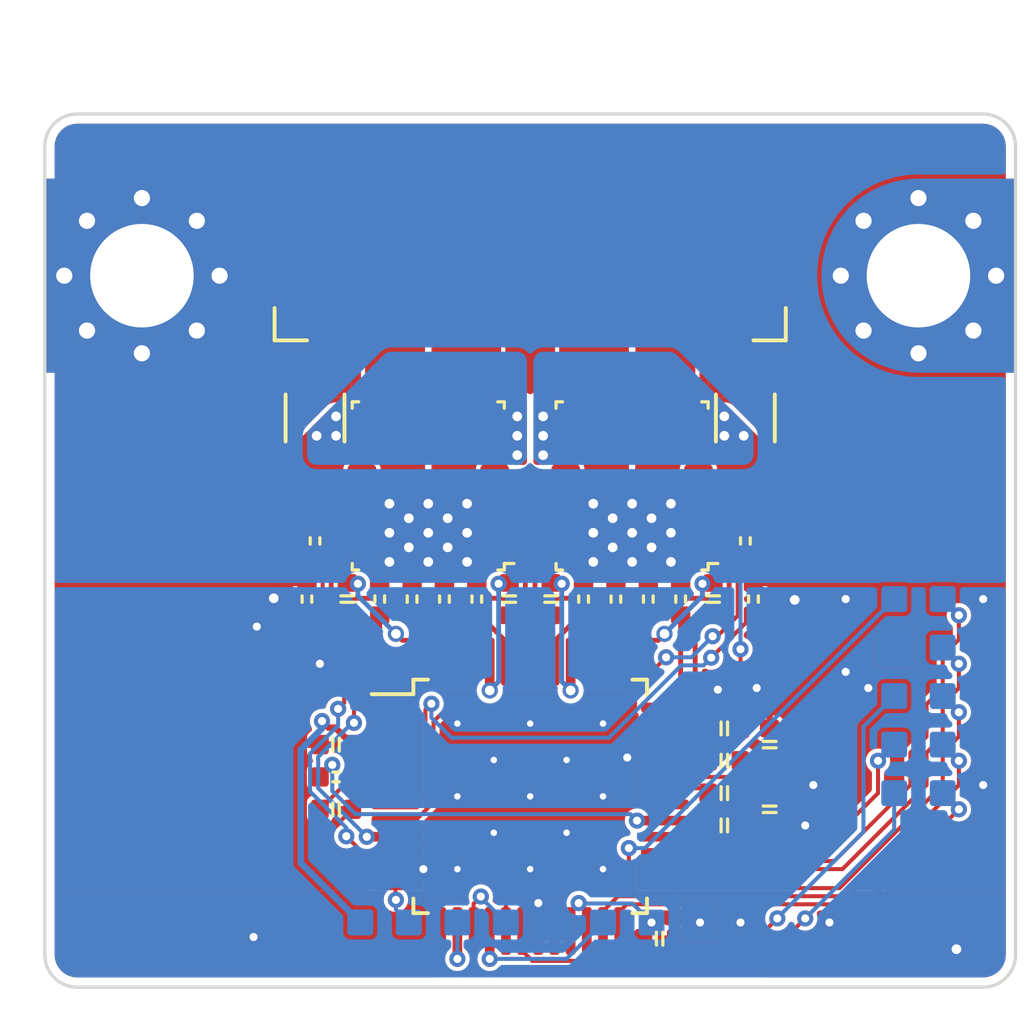
<source format=kicad_pcb>
(kicad_pcb (version 20221018) (generator pcbnew)
  (layers (0 "F.Cu" signal) (31 "B.Cu" signal) (34 "B.Paste" user) (35 "F.Paste" user) (36 "B.SilkS" user "B.Silkscreen") (37 "F.SilkS" user "F.Silkscreen") (38 "B.Mask" user) (39 "F.Mask" user) (44 "Edge.Cuts" user))
  (net 0 "")
  (net 1 "Net-(U1-VCP)")
  (net 2 "Net-(U1-CPO)")
  (net 3 "Net-(U1-CPI)")
  (net 4 "GND")
  (net 5 "/Clk")
  (net 6 "/Step")
  (net 7 "/Dir")
  (net 8 "Net-(U1-5VOUT)")
  (net 9 "Net-(U1-VCC)")
  (net 10 "+12V")
  (net 11 "Net-(QA1-G1)")
  (net 12 "Net-(QA1-G2)")
  (net 13 "Net-(QA1-S2-Pad5)")
  (net 14 "/Diag0")
  (net 15 "/Diag1")
  (net 16 "/~{En}")
  (net 17 "Net-(QA1-G3)")
  (net 18 "Net-(QA1-G4)")
  (net 19 "Net-(QB1-G1)")
  (net 20 "+48V")
  (net 21 "Net-(QB1-G2)")
  (net 22 "/Motor_A2")
  (net 23 "/Motor_A1")
  (net 24 "/Motor_B1")
  (net 25 "/Motor_B2")
  (net 26 "/HB1")
  (net 27 "/HA2")
  (net 28 "/LA2")
  (net 29 "/LA1")
  (net 30 "/HA1")
  (net 31 "/HB2")
  (net 32 "/LB2")
  (net 33 "/LB1")
  (net 34 "/SRAH")
  (net 35 "/SRAL")
  (net 36 "/SRBH")
  (net 37 "/SRBL")
  (net 38 "/CA1")
  (net 39 "/CB1")
  (net 40 "/CA2")
  (net 41 "/CB2")
  (net 42 "/~{CS}")
  (net 43 "/SCK")
  (net 44 "/SDI")
  (net 45 "/SDO")
  (net 46 "Net-(QB1-S2-Pad5)")
  (net 47 "Net-(QB1-G3)")
  (net 48 "Net-(QB1-G4)")
  (net 49 "/ENCB")
  (net 50 "/ENCA")
  (net 51 "/ENCN")
  (net 52 "VCC")
  (net 53 "Net-(C12-Pad1)")
  (net 54 "Net-(C13-Pad1)")
  (footprint "AlphaLib:0402R" (layer "F.Cu") (at 141.65 72.7 -90)
    (fp_text reference "R10" hide)
    (fp_text value "47Ω")
  )
  (footprint "AlphaLib:0402C" (layer "F.Cu") (at 141 81.5 180)
    (fp_text reference "C3" hide)
    (fp_text value "470nF")
  )
  (footprint "AlphaLib:0402C" (layer "F.Cu") (at 141 78.5)
    (fp_text reference "C6" hide)
    (fp_text value "100nF 16V")
  )
  (footprint "corevus:MountingHole_M3_Driver" (layer "F.Cu") (at 147 64.5 -90)
    (fp_text reference "H2" hide)
    (fp_text value "Gnd")
  )
  (footprint "AlphaLib:0402C" (layer "F.Cu") (at 135.65 74.5 90)
    (fp_text reference "C8" hide)
    (fp_text value "270nF")
  )
  (footprint "AlphaLib:0402R" (layer "F.Cu") (at 128.1 74.5 -90)
    (fp_text reference "R15" hide)
    (fp_text value "47Ω")
  )
  (footprint "AlphaLib:0402R" (layer "F.Cu") (at 133.35 74.5 90)
    (fp_text reference "R4" hide)
    (fp_text value "10Ω")
  )
  (footprint "AlphaLib:0402R" (layer "F.Cu") (at 138.65 74.5 90)
    (fp_text reference "R6" hide)
    (fp_text value "10Ω")
  )
  (footprint "corevus:XKB_X3025WRS-04D" (layer "F.Cu") (at 135 61.1)
    (fp_text reference "M1" hide)
    (fp_text value "Micro-Fit 3.0")
  )
  (footprint "AlphaLib:0402C" (layer "F.Cu") (at 129.35 74.5 90)
    (fp_text reference "C10" hide)
    (fp_text value "270nF")
  )
  (footprint "AlphaLib:0402C" (layer "F.Cu") (at 142.4 79 90)
    (fp_text reference "C12" hide)
    (fp_text value "100nF 60V/2")
  )
  (footprint "AlphaLib:0402R" (layer "F.Cu") (at 129 80 180)
    (fp_text reference "R1" hide)
    (fp_text value "2.2Ω")
  )
  (footprint "AlphaLib:0402R" (layer "F.Cu") (at 136.65 74.5 90)
    (fp_text reference "R3" hide)
    (fp_text value "10Ω")
  )
  (footprint "AlphaLib:0402R" (layer "F.Cu") (at 132.35 74.5 90)
    (fp_text reference "R8" hide)
    (fp_text value "10Ω")
  )
  (footprint "Package_QFP:TQFP-48-1EP_7x7mm_P0.5mm_EP5x5mm_ThermalVias" (layer "F.Cu") (at 135 80.6)
    (fp_text reference "U1" hide)
    (fp_text value "TMC5160A-TA")
  )
  (footprint "Resistor_SMD:R_1206_3216Metric" (layer "F.Cu") (at 128.35 68.9 90)
    (fp_text reference "R13" hide)
    (fp_text value "30mΩ")
  )
  (footprint "AlphaLib:0402R" (layer "F.Cu") (at 141.9 74.5 -90)
    (fp_text reference "R14" hide)
    (fp_text value "47Ω")
  )
  (footprint "corevus:MountingHole_M3_Driver" (layer "F.Cu") (at 123 64.5 90)
    (fp_text reference "H1" hide)
    (fp_text value "VM")
  )
  (footprint "Resistor_SMD:R_1206_3216Metric" (layer "F.Cu") (at 141.65 68.9 90)
    (fp_text reference "R12" hide)
    (fp_text value "30mΩ")
  )
  (footprint "AlphaLib:0402C" (layer "F.Cu") (at 139 85 180)
    (fp_text reference "C5" hide)
    (fp_text value "470nF")
  )
  (footprint "AlphaLib:0402R" (layer "F.Cu") (at 130.35 74.5 90)
    (fp_text reference "R5" hide)
    (fp_text value "10Ω")
  )
  (footprint "AlphaLib:0402C" (layer "F.Cu") (at 129 79 180)
    (fp_text reference "C2" hide)
    (fp_text value "2.2μF")
  )
  (footprint "AlphaLib:0402C" (layer "F.Cu") (at 140.65 74.5 -90)
    (fp_text reference "C9" hide)
    (fp_text value "270nF")
  )
  (footprint "AlphaLib:0402R" (layer "F.Cu") (at 137.65 74.5 90)
    (fp_text reference "R7" hide)
    (fp_text value "10Ω")
  )
  (footprint "corevus:V-DFN5045-12-Type-B" (layer "F.Cu") (at 131.85 71 180)
    (fp_text reference "QB1" hide)
    (fp_text value "DMHT6016LFJ")
  )
  (footprint "corevus:V-DFN5045-12-Type-B" (layer "F.Cu") (at 138.15 71 180)
    (fp_text reference "QA1" hide)
    (fp_text value "DMHT6016LFJ")
  )
  (footprint "AlphaLib:0402R" (layer "F.Cu") (at 131.35 74.5 90)
    (fp_text reference "R9" hide)
    (fp_text value "10Ω")
  )
  (footprint "AlphaLib:0402C" (layer "F.Cu") (at 134.35 74.5 -90)
    (fp_text reference "C11" hide)
    (fp_text value "270nF")
  )
  (footprint "AlphaLib:0402C" (layer "F.Cu") (at 141 80.5 180)
    (fp_text reference "C13" hide)
    (fp_text value "47nF 100V")
  )
  (footprint "AlphaLib:0402R" (layer "F.Cu") (at 128.35 72.7 -90)
    (fp_text reference "R11" hide)
    (fp_text value "47Ω")
  )
  (footprint "AlphaLib:0402C" (layer "F.Cu") (at 129 81 180)
    (fp_text reference "C1" hide)
    (fp_text value "2.2μF")
  )
  (footprint "AlphaLib:0402R" (layer "F.Cu") (at 139.65 74.5 90)
    (fp_text reference "R2" hide)
    (fp_text value "10Ω")
  )
  (footprint "AlphaLib:0402C" (layer "F.Cu") (at 142.4 81 -90)
    (fp_text reference "C7" hide)
    (fp_text value "47nF 100V/2")
  )
  (footprint "AlphaLib:0402C" (layer "F.Cu") (at 141 79.5)
    (fp_text reference "C4" hide)
    (fp_text value "100nF 60V/2")
  )
  (footprint "corevus:LGA_Land" (layer "B.Cu") (at 147.75 79 -90)
    (fp_text reference "T19" hide)
    (fp_text value "ENCB")
  )
  (footprint "corevus:LGA_Land" (layer "B.Cu") (at 147.75 74.5 -90)
    (fp_text reference "T17" hide)
    (fp_text value "DIAG1")
  )
  (footprint "corevus:LGA_Land" (layer "B.Cu") (at 129.75 84.5 180)
    (fp_text reference "T3" hide)
    (fp_text value "12V")
  )
  (footprint "corevus:LGA_Land" (layer "B.Cu") (at 138.75 84.5 180)
    (fp_text reference "T8" hide)
    (fp_text value "VCC")
  )
  (footprint "corevus:LGA_Land" (layer "B.Cu") (at 134.25 84.5 180)
    (fp_text reference "T6" hide)
    (fp_text value "SDI")
  )
  (footprint "corevus:LGA_Land" (layer "B.Cu") (at 131.25 84.5 180)
    (fp_text reference "T2" hide)
    (fp_text value "CLK")
  )
  (footprint "corevus:LGA_Land" (layer "B.Cu") (at 146.25 76 90)
    (fp_text reference "T11" hide)
    (fp_text value "GND")
  )
  (footprint "corevus:LGA_Land" (layer "B.Cu") (at 147.75 77.5 -90)
    (fp_text reference "T20" hide)
    (fp_text value "ENCN")
  )
  (footprint "corevus:LGA_Land" (layer "B.Cu") (at 146.25 77.5 90)
    (fp_text reference "T12" hide)
    (fp_text value "DIR")
  )
  (footprint "corevus:LGA_Land" (layer "B.Cu") (at 146.25 79 90)
    (fp_text reference "T13" hide)
    (fp_text value "EN")
  )
  (footprint "corevus:LGA_Land" (layer "B.Cu") (at 132.75 84.5 180)
    (fp_text reference "T4" hide)
    (fp_text value "SCK")
  )
  (footprint "corevus:LGA_Land" (layer "B.Cu") (at 147.75 80.5 -90)
    (fp_text reference "T18" hide)
    (fp_text value "ENCA")
  )
  (footprint "corevus:LGA_Land" (layer "B.Cu") (at 146.25 74.5 90)
    (fp_text reference "T10" hide)
    (fp_text value "STEP")
  )
  (footprint "corevus:LGA_Land" (layer "B.Cu") (at 140.25 84.5)
    (fp_text reference "T1" hide)
    (fp_text value "GND")
  )
  (footprint "corevus:LGA_Land" (layer "B.Cu") (at 137.25 84.5 180)
    (fp_text reference "T7" hide)
    (fp_text value "SDO")
  )
  (footprint "corevus:LGA_Land" (layer "B.Cu") (at 135.75 84.5 180)
    (fp_text reference "T5" hide)
    (fp_text value "GND")
  )
  (footprint "corevus:LGA_Land" (layer "B.Cu") (at 147.75 76 -90)
    (fp_text reference "T16" hide)
    (fp_text value "DIAG0")
  )
  (footprint "corevus:LGA_Land" (layer "B.Cu") (at 146.25 80.5 90)
    (fp_text reference "T9" hide)
    (fp_text value "CS0")
  )
  (gr_line (start 121 59.5) (end 149 59.5) (stroke (width 0.1)) (layer "Edge.Cuts"))
  (gr_arc (start 120 60.5) (mid 120.292893 59.792893) (end 121 59.5) (stroke (width 0.1)) (layer "Edge.Cuts"))
  (gr_line (start 120 85.5) (end 120 60.5) (stroke (width 0.1)) (layer "Edge.Cuts"))
  (gr_line (start 149 86.5) (end 121 86.5) (stroke (width 0.1)) (layer "Edge.Cuts"))
  (gr_line (start 150 60.5) (end 150 85.5) (stroke (width 0.1)) (layer "Edge.Cuts"))
  (gr_arc (start 121 86.5) (mid 120.292893 86.207107) (end 120 85.5) (stroke (width 0.1)) (layer "Edge.Cuts"))
  (gr_arc (start 149 59.5) (mid 149.707107 59.792893) (end 150 60.5) (stroke (width 0.1)) (layer "Edge.Cuts"))
  (gr_arc (start 149.999999 85.5) (mid 149.707106 86.207106) (end 149 86.5) (stroke (width 0.1)) (layer "Edge.Cuts"))
  (segment (start 140.5 78.5) (end 140.15 78.85) (width 0.125) (layer "F.Cu") (net 1))
  (segment (start 140.15 78.85) (end 139.1625 78.85) (width 0.125) (layer "F.Cu") (net 1))
  (segment (start 140.35 80.35) (end 140.5 80.5) (width 0.125) (layer "F.Cu") (net 2))
  (segment (start 139.1625 80.35) (end 140.35 80.35) (width 0.125) (layer "F.Cu") (net 2))
  (segment (start 139.1625 79.85) (end 139.75 79.85) (width 0.125) (layer "F.Cu") (net 3))
  (segment (start 141.9 80) (end 142.4 80.5) (width 0.125) (layer "F.Cu") (net 3))
  (segment (start 139.75 79.85) (end 139.9 80) (width 0.125) (layer "F.Cu") (net 3))
  (segment (start 139.9 80) (end 141.9 80) (width 0.125) (layer "F.Cu") (net 3))
  (segment (start 130.25 80.35) (end 130.175 80.425) (width 0.125) (layer "F.Cu") (net 4))
  (segment (start 130.175 80.425) (end 130.153769 80.425) (width 0.125) (layer "F.Cu") (net 4))
  (segment (start 138.372346 80.85) (end 138.122346 80.6) (width 0.125) (layer "F.Cu") (net 4))
  (segment (start 129.5 81) (end 128.9 81.6) (width 0.125) (layer "F.Cu") (net 4))
  (segment (start 138.122346 80.6) (end 137.25 80.6) (width 0.125) (layer "F.Cu") (net 4))
  (segment (start 143.0375 81.9625) (end 143.5 81.5) (width 0.125) (layer "F.Cu") (net 4))
  (segment (start 129.5 81) (end 130.15 80.35) (width 0.125) (layer "F.Cu") (net 4))
  (segment (start 141.5 81.5) (end 141.9625 81.9625) (width 0.125) (layer "F.Cu") (net 4))
  (segment (start 130.15 80.35) (end 130.8375 80.35) (width 0.125) (layer "F.Cu") (net 4))
  (segment (start 141.9625 81.9625) (end 143.0375 81.9625) (width 0.125) (layer "F.Cu") (net 4))
  (segment (start 130.8375 80.35) (end 130.25 80.35) (width 0.125) (layer "F.Cu") (net 4))
  (segment (start 139.1625 80.85) (end 138.372346 80.85) (width 0.125) (layer "F.Cu") (net 4))
  (via (at 127.075 74.475) (size 0.6) (drill 0.3) (layers "F.Cu" "B.Cu") (net 4))
  (via (at 128.5 76.5) (size 0.5) (drill 0.25) (layers "F.Cu" "B.Cu") (net 4))
  (via (at 149 74.5) (size 0.5) (drill 0.25) (layers "F.Cu" "B.Cu") (net 4))
  (via (at 145.45 77.25) (size 0.5) (drill 0.25) (layers "F.Cu" "B.Cu") (net 4))
  (via (at 143.175 74.525) (size 0.6) (drill 0.3) (layers "F.Cu" "B.Cu") (net 4))
  (via (at 142 77.25) (size 0.5) (drill 0.25) (layers "F.Cu" "B.Cu") (net 4))
  (via (at 144.75 76.75) (size 0.5) (drill 0.25) (layers "F.Cu" "B.Cu") (net 4))
  (via (at 141.5 84.5) (size 0.5) (drill 0.25) (layers "F.Cu" "B.Cu") (net 4))
  (via (at 138 79.4) (size 0.5) (drill 0.25) (layers "F.Cu" "B.Cu") (net 4))
  (via (at 135.25 83.9) (size 0.5) (drill 0.25) (layers "F.Cu" "B.Cu") (net 4))
  (via (at 149 80.25) (size 0.5) (drill 0.25) (layers "F.Cu" "B.Cu") (net 4))
  (via (at 126.55 75.35) (size 0.5) (drill 0.25) (layers "F.Cu" "B.Cu") (net 4))
  (via (at 143.75 80.25) (size 0.5) (drill 0.25) (layers "F.Cu" "B.Cu") (net 4))
  (via (at 131.7 82.85) (size 0.5) (drill 0.25) (layers "F.Cu" "B.Cu") (net 4))
  (via (at 140.25 84.5) (size 0.5) (drill 0.25) (layers "F.Cu" "B.Cu") (net 4))
  (via (at 144.25 84.5) (size 0.5) (drill 0.25) (layers "F.Cu" "B.Cu") (net 4))
  (via (at 126.45 84.95) (size 0.5) (drill 0.25) (layers "F.Cu" "B.Cu") (net 4))
  (via (at 148.175 85.325) (size 0.6) (drill 0.3) (layers "F.Cu" "B.Cu") (net 4))
  (via (at 143.5 81.5) (size 0.5) (drill 0.25) (layers "F.Cu" "B.Cu") (net 4))
  (via (at 144.75 74.5) (size 0.5) (drill 0.25) (layers "F.Cu" "B.Cu") (net 4))
  (via (at 140.8 77.3) (size 0.5) (drill 0.25) (layers "F.Cu" "B.Cu") (net 4))
  (segment (start 130.8375 83.7875) (end 130.8375 83.35) (width 0.125) (layer "F.Cu") (net 5))
  (segment (start 130.8375 83.35) (end 130.5 83.35) (width 0.125) (layer "F.Cu") (net 5))
  (segment (start 130.85 83.8) (end 130.8375 83.7875) (width 0.125) (layer "F.Cu") (net 5))
  (via (at 130.85 83.8) (size 0.5) (drill 0.25) (layers "F.Cu" "B.Cu") (net 5))
  (segment (start 130.85 83.8) (end 130.85 84.1) (width 0.125) (layer "B.Cu") (net 5))
  (segment (start 130.85 84.1) (end 131.25 84.5) (width 0.125) (layer "B.Cu") (net 5))
  (segment (start 138.05 82.925) (end 137.6875 83.2875) (width 0.125) (layer "F.Cu") (net 6))
  (segment (start 134.25 83.725) (end 134.25 84.7625) (width 0.125) (layer "F.Cu") (net 6))
  (segment (start 134.6875 83.2875) (end 134.25 83.725) (width 0.125) (layer "F.Cu") (net 6))
  (segment (start 137.6875 83.2875) (end 134.6875 83.2875) (width 0.125) (layer "F.Cu") (net 6))
  (segment (start 138.05 82.2) (end 138.05 82.925) (width 0.125) (layer "F.Cu") (net 6))
  (segment (start 134.25 84.7625) (end 134.25 85.371231) (width 0.125) (layer "F.Cu") (net 6))
  (via (at 138.05 82.2) (size 0.5) (drill 0.25) (layers "F.Cu" "B.Cu") (net 6))
  (segment (start 138.55 82.2) (end 146.25 74.5) (width 0.125) (layer "B.Cu") (net 6))
  (segment (start 138.05 82.2) (end 138.55 82.2) (width 0.125) (layer "B.Cu") (net 6))
  (segment (start 134.75 85.371231) (end 134.75 84.7625) (width 0.125) (layer "F.Cu") (net 7))
  (segment (start 141.324853 85.6875) (end 135.066269 85.6875) (width 0.125) (layer "F.Cu") (net 7))
  (segment (start 142.638337 84.374016) (end 141.324853 85.6875) (width 0.125) (layer "F.Cu") (net 7))
  (segment (start 135.066269 85.6875) (end 134.75 85.371231) (width 0.125) (layer "F.Cu") (net 7))
  (via (at 142.638337 84.374016) (size 0.5) (drill 0.25) (layers "F.Cu" "B.Cu") (net 7))
  (segment (start 145.3 81.7) (end 145.3 78.45) (width 0.125) (layer "B.Cu") (net 7))
  (segment (start 142.638337 84.361663) (end 145.3 81.7) (width 0.125) (layer "B.Cu") (net 7))
  (segment (start 145.3 78.45) (end 146.25 77.5) (width 0.125) (layer "B.Cu") (net 7))
  (segment (start 142.638337 84.374016) (end 142.638337 84.361663) (width 0.125) (layer "B.Cu") (net 7))
  (segment (start 129.975 79.85) (end 129.65 79.85) (width 0.125) (layer "F.Cu") (net 8))
  (segment (start 130.8375 79.85) (end 129.65 79.85) (width 0.125) (layer "F.Cu") (net 8))
  (segment (start 129.65 79.85) (end 129.5 80) (width 0.125) (layer "F.Cu") (net 8))
  (segment (start 129.5 80) (end 128.5 81) (width 0.125) (layer "F.Cu") (net 8))
  (segment (start 140.35 81.35) (end 139.1625 81.35) (width 0.125) (layer "F.Cu") (net 9))
  (segment (start 139.1625 81.35) (end 138.3 81.35) (width 0.125) (layer "F.Cu") (net 9))
  (segment (start 128.883715 79.62559) (end 128.509305 80) (width 0.125) (layer "F.Cu") (net 9))
  (segment (start 140.5 81.5) (end 140.35 81.35) (width 0.125) (layer "F.Cu") (net 9))
  (segment (start 128.509305 80) (end 128.5 80) (width 0.125) (layer "F.Cu") (net 9))
  (via (at 138.3 81.35) (size 0.5) (drill 0.25) (layers "F.Cu" "B.Cu") (net 9))
  (via (at 128.883715 79.62559) (size 0.5) (drill 0.25) (layers "F.Cu" "B.Cu") (net 9))
  (segment (start 128.883715 79.62559) (end 128.883715 80.430161) (width 0.125) (layer "B.Cu") (net 9))
  (segment (start 128.883715 80.430161) (end 129.603554 81.15) (width 0.125) (layer "B.Cu") (net 9))
  (segment (start 129.603554 81.15) (end 138.1 81.15) (width 0.125) (layer "B.Cu") (net 9))
  (segment (start 138.1 81.15) (end 138.3 81.35) (width 0.125) (layer "B.Cu") (net 9))
  (segment (start 130.8375 78.85) (end 129.65 78.85) (width 0.2) (layer "F.Cu") (net 10))
  (segment (start 128.566283 78.271696) (end 128.769587 78.475) (width 0.2) (layer "F.Cu") (net 10))
  (segment (start 130.8375 79.35) (end 130.8375 78.85) (width 0.2) (layer "F.Cu") (net 10))
  (segment (start 128.975 78.475) (end 129.5 79) (width 0.2) (layer "F.Cu") (net 10))
  (segment (start 128.769587 78.475) (end 128.975 78.475) (width 0.2) (layer "F.Cu") (net 10))
  (segment (start 129.65 78.85) (end 129.5 79) (width 0.2) (layer "F.Cu") (net 10))
  (via (at 128.566283 78.271696) (size 0.5) (drill 0.25) (layers "F.Cu" "B.Cu") (net 10))
  (segment (start 127.909067 82.659067) (end 129.75 84.5) (width 0.2) (layer "B.Cu") (net 10))
  (segment (start 128.566283 78.271696) (end 128.566283 78.500354) (width 0.2) (layer "B.Cu") (net 10))
  (segment (start 127.909067 79.157571) (end 127.909067 82.659067) (width 0.2) (layer "B.Cu") (net 10))
  (segment (start 128.566283 78.500354) (end 127.909067 79.157571) (width 0.2) (layer "B.Cu") (net 10))
  (segment (start 140.2 73) (end 140.2 73.45) (width 0.15) (layer "F.Cu") (net 11))
  (segment (start 140.2 73.45) (end 139.65 74) (width 0.15) (layer "F.Cu") (net 11))
  (segment (start 139.125 74.475) (end 140.974264 74.475) (width 0.15) (layer "F.Cu") (net 12))
  (segment (start 140.85 71.134315) (end 140.315685 70.6) (width 0.15) (layer "F.Cu") (net 12))
  (segment (start 140.85 71.545407) (end 140.85 71.134315) (width 0.15) (layer "F.Cu") (net 12))
  (segment (start 140.315685 70.6) (end 140.2 70.6) (width 0.15) (layer "F.Cu") (net 12))
  (segment (start 141.15 74.299264) (end 141.15 71.845407) (width 0.15) (layer "F.Cu") (net 12))
  (segment (start 140.974264 74.475) (end 141.15 74.299264) (width 0.15) (layer "F.Cu") (net 12))
  (segment (start 138.65 74) (end 139.125 74.475) (width 0.15) (layer "F.Cu") (net 12))
  (segment (start 141.15 71.845407) (end 140.85 71.545407) (width 0.15) (layer "F.Cu") (net 12))
  (segment (start 141.65 72.2) (end 141.65 70.3625) (width 0.125) (layer "F.Cu") (net 13))
  (via (at 135.4 69.45) (size 0.6) (drill 0.3) (layers "F.Cu" "B.Cu") (net 13))
  (via (at 141.6 69.45) (size 0.6) (drill 0.3) (layers "F.Cu" "B.Cu") (net 13))
  (via (at 135.4 70.05) (size 0.6) (drill 0.3) (layers "F.Cu" "B.Cu") (net 13))
  (via (at 141 69.45) (size 0.6) (drill 0.3) (layers "F.Cu" "B.Cu") (net 13))
  (via (at 135.4 68.85) (size 0.6) (drill 0.3) (layers "F.Cu" "B.Cu") (net 13))
  (via (at 141 68.85) (size 0.6) (drill 0.3) (layers "F.Cu" "B.Cu") (net 13))
  (segment (start 147.75 78.75) (end 147.25 79.25) (width 0.125) (layer "F.Cu") (net 14))
  (segment (start 147.25 79.25) (end 147.25 80.25) (width 0.125) (layer "F.Cu") (net 14))
  (segment (start 144.65 82.85) (end 139.1625 82.85) (width 0.125) (layer "F.Cu") (net 14))
  (segment (start 147.75 77.75) (end 147.75 78.75) (width 0.125) (layer "F.Cu") (net 14))
  (segment (start 147.25 80.25) (end 144.65 82.85) (width 0.125) (layer "F.Cu") (net 14))
  (segment (start 148.25 76.5) (end 148.25 77.25) (width 0.125) (layer "F.Cu") (net 14))
  (segment (start 148.25 77.25) (end 147.75 77.75) (width 0.125) (layer "F.Cu") (net 14))
  (via (at 148.25 76.5) (size 0.5) (drill 0.25) (layers "F.Cu" "B.Cu") (net 14))
  (segment (start 148.25 76.5) (end 147.75 76) (width 0.125) (layer "B.Cu") (net 14))
  (segment (start 144.4 82.6) (end 140.021231 82.6) (width 0.125) (layer "F.Cu") (net 15))
  (segment (start 147.25 78.75) (end 146.75 79.25) (width 0.125) (layer "F.Cu") (net 15))
  (segment (start 146.75 80.25) (end 144.4 82.6) (width 0.125) (layer "F.Cu") (net 15))
  (segment (start 147.75 77.25) (end 147.25 77.75) (width 0.125) (layer "F.Cu") (net 15))
  (segment (start 140.021231 82.6) (end 139.771231 82.35) (width 0.125) (layer "F.Cu") (net 15))
  (segment (start 148.25 75.75) (end 147.75 76.25) (width 0.125) (layer "F.Cu") (net 15))
  (segment (start 147.25 77.75) (end 147.25 78.75) (width 0.125) (layer "F.Cu") (net 15))
  (segment (start 146.75 79.25) (end 146.75 80.25) (width 0.125) (layer "F.Cu") (net 15))
  (segment (start 147.75 76.25) (end 147.75 77.25) (width 0.125) (layer "F.Cu") (net 15))
  (segment (start 139.771231 82.35) (end 139.1625 82.35) (width 0.125) (layer "F.Cu") (net 15))
  (segment (start 148.25 75) (end 148.25 75.75) (width 0.125) (layer "F.Cu") (net 15))
  (via (at 148.25 75) (size 0.5) (drill 0.25) (layers "F.Cu" "B.Cu") (net 15))
  (segment (start 148.25 75) (end 147.75 74.5) (width 0.125) (layer "B.Cu") (net 15))
  (segment (start 139.771231 81.85) (end 140.271231 82.35) (width 0.125) (layer "F.Cu") (net 16))
  (segment (start 145.75 80.5) (end 145.75 79.5) (width 0.125) (layer "F.Cu") (net 16))
  (segment (start 143.9 82.35) (end 145.75 80.5) (width 0.125) (layer "F.Cu") (net 16))
  (segment (start 140.271231 82.35) (end 143.9 82.35) (width 0.125) (layer "F.Cu") (net 16))
  (segment (start 139.1625 81.85) (end 139.771231 81.85) (width 0.125) (layer "F.Cu") (net 16))
  (via (at 145.75 79.5) (size 0.5) (drill 0.25) (layers "F.Cu" "B.Cu") (net 16))
  (segment (start 145.75 79.5) (end 146.25 79) (width 0.125) (layer "B.Cu") (net 16))
  (segment (start 137.175 74.475) (end 135.325736 74.475) (width 0.15) (layer "F.Cu") (net 17))
  (segment (start 135.984315 70.6) (end 136.1 70.6) (width 0.15) (layer "F.Cu") (net 17))
  (segment (start 135.15 71.434315) (end 135.984315 70.6) (width 0.15) (layer "F.Cu") (net 17))
  (segment (start 137.65 74) (end 137.175 74.475) (width 0.15) (layer "F.Cu") (net 17))
  (segment (start 135.15 74.299264) (end 135.15 71.434315) (width 0.15) (layer "F.Cu") (net 17))
  (segment (start 135.325736 74.475) (end 135.15 74.299264) (width 0.15) (layer "F.Cu") (net 17))
  (segment (start 136.1 73) (end 136.1 73.45) (width 0.15) (layer "F.Cu") (net 18))
  (segment (start 136.1 73.45) (end 136.65 74) (width 0.15) (layer "F.Cu") (net 18))
  (segment (start 133.9 73) (end 133.9 73.45) (width 0.15) (layer "F.Cu") (net 19))
  (segment (start 133.9 73.45) (end 133.35 74) (width 0.15) (layer "F.Cu") (net 19))
  (segment (start 140.35 79.35) (end 140.5 79.5) (width 0.125) (layer "F.Cu") (net 20))
  (segment (start 140.5 79.5) (end 141.5 78.5) (width 0.125) (layer "F.Cu") (net 20))
  (segment (start 141.5 76.05) (end 141.5 78.5) (width 0.125) (layer "F.Cu") (net 20))
  (segment (start 139.1625 79.35) (end 140.35 79.35) (width 0.125) (layer "F.Cu") (net 20))
  (via (at 136.95 73.35) (size 0.5) (drill 0.3) (layers "F.Cu" "B.Cu") (net 20))
  (via (at 133.05 72.45) (size 0.5) (drill 0.3) (layers "F.Cu" "B.Cu") (net 20))
  (via (at 131.85 72.45) (size 0.5) (drill 0.3) (layers "F.Cu" "B.Cu") (net 20))
  (via (at 138.75 72) (size 0.5) (drill 0.3) (layers "F.Cu" "B.Cu") (net 20))
  (via (at 131.85 71.55) (size 0.5) (drill 0.3) (layers "F.Cu" "B.Cu") (net 20))
  (via (at 138.15 72.45) (size 0.5) (drill 0.3) (layers "F.Cu" "B.Cu") (net 20))
  (via (at 137.55 72.9) (size 0.5) (drill 0.3) (layers "F.Cu" "B.Cu") (net 20))
  (via (at 139.35 73.35) (size 0.5) (drill 0.3) (layers "F.Cu" "B.Cu") (net 20))
  (via (at 130.65 73.35) (size 0.5) (drill 0.3) (layers "F.Cu" "B.Cu") (net 20))
  (via (at 132.45 72.9) (size 0.5) (drill 0.3) (layers "F.Cu" "B.Cu") (net 20))
  (via (at 141.5 76.05) (size 0.5) (drill 0.25) (layers "F.Cu" "B.Cu") (net 20))
  (via (at 132.45 72) (size 0.5) (drill 0.3) (layers "F.Cu" "B.Cu") (net 20))
  (via (at 139.35 72.45) (size 0.5) (drill 0.3) (layers "F.Cu" "B.Cu") (net 20))
  (via (at 133.05 73.35) (size 0.5) (drill 0.3) (layers "F.Cu" "B.Cu") (net 20))
  (via (at 133.05 71.55) (size 0.5) (drill 0.3) (layers "F.Cu" "B.Cu") (net 20))
  (via (at 138.75 72.9) (size 0.5) (drill 0.3) (layers "F.Cu" "B.Cu") (net 20))
  (via (at 137.55 72) (size 0.5) (drill 0.3) (layers "F.Cu" "B.Cu") (net 20))
  (via (at 130.65 71.55) (size 0.5) (drill 0.3) (layers "F.Cu" "B.Cu") (net 20))
  (via (at 131.85 73.35) (size 0.5) (drill 0.3) (layers "F.Cu" "B.Cu") (net 20))
  (via (at 130.65 72.45) (size 0.5) (drill 0.3) (layers "F.Cu" "B.Cu") (net 20))
  (via (at 138.15 73.35) (size 0.5) (drill 0.3) (layers "F.Cu" "B.Cu") (net 20))
  (via (at 131.25 72) (size 0.5) (drill 0.3) (layers "F.Cu" "B.Cu") (net 20))
  (via (at 136.95 72.45) (size 0.5) (drill 0.3) (layers "F.Cu" "B.Cu") (net 20))
  (via (at 131.25 72.9) (size 0.5) (drill 0.3) (layers "F.Cu" "B.Cu") (net 20))
  (via (at 138.15 71.55) (size 0.5) (drill 0.3) (layers "F.Cu" "B.Cu") (net 20))
  (via (at 136.95 71.55) (size 0.5) (drill 0.3) (layers "F.Cu" "B.Cu") (net 20))
  (via (at 139.35 71.55) (size 0.5) (drill 0.3) (layers "F.Cu" "B.Cu") (net 20))
  (segment (start 141.5 76.05) (end 141.5 74) (width 0.125) (layer "B.Cu") (net 20))
  (segment (start 132.825 74.475) (end 134.674264 74.475) (width 0.15) (layer "F.Cu") (net 21))
  (segment (start 134.674264 74.475) (end 134.85 74.299264) (width 0.15) (layer "F.Cu") (net 21))
  (segment (start 134.015685 70.6) (end 133.9 70.6) (width 0.15) (layer "F.Cu") (net 21))
  (segment (start 134.85 71.434315) (end 134.015685 70.6) (width 0.15) (layer "F.Cu") (net 21))
  (segment (start 134.85 74.299264) (end 134.85 71.434315) (width 0.15) (layer "F.Cu") (net 21))
  (segment (start 132.35 74) (end 132.825 74.475) (width 0.15) (layer "F.Cu") (net 21))
  (segment (start 138.95 75.775) (end 137.75 75.775) (width 0.15) (layer "F.Cu") (net 22))
  (segment (start 140.875 73.775) (end 140.875 71.959315) (width 0.15) (layer "F.Cu") (net 22))
  (segment (start 140.6245 74.0255) (end 140.875 73.775) (width 0.15) (layer "F.Cu") (net 22))
  (segment (start 140.875 71.959315) (end 140.315685 71.4) (width 0.15) (layer "F.Cu") (net 22))
  (segment (start 139.15 75.575) (end 138.95 75.775) (width 0.15) (layer "F.Cu") (net 22))
  (segment (start 140.3245 74.0255) (end 140.6245 74.0255) (width 0.15) (layer "F.Cu") (net 22))
  (segment (start 140.315685 71.4) (end 140.2 71.4) (width 0.15) (layer "F.Cu") (net 22))
  (via (at 140.3245 74.0255) (size 0.5) (drill 0.25) (layers "F.Cu" "B.Cu") (net 22))
  (via (at 139.15 75.575) (size 0.5) (drill 0.3) (layers "F.Cu" "B.Cu") (net 22))
  (segment (start 140.3245 74.4005) (end 139.15 75.575) (width 0.15) (layer "B.Cu") (net 22))
  (segment (start 140.3245 74.0255) (end 140.3245 74.4005) (width 0.15) (layer "B.Cu") (net 22))
  (segment (start 135.6755 74.0255) (end 135.425 73.775) (width 0.15) (layer "F.Cu") (net 23))
  (segment (start 136.25 76.4375) (end 136.25 77.325) (width 0.125) (layer "F.Cu") (net 23))
  (segment (start 135.9755 74.0255) (end 135.6755 74.0255) (width 0.15) (layer "F.Cu") (net 23))
  (segment (start 135.425 73.775) (end 135.425 71.959315) (width 0.15) (layer "F.Cu") (net 23))
  (segment (start 135.425 71.959315) (end 135.984315 71.4) (width 0.15) (layer "F.Cu") (net 23))
  (segment (start 135.984315 71.4) (end 136.1 71.4) (width 0.15) (layer "F.Cu") (net 23))
  (via (at 136.25 77.325) (size 0.5) (drill 0.3) (layers "F.Cu" "B.Cu") (net 23))
  (via (at 135.9755 74.0255) (size 0.5) (drill 0.25) (layers "F.Cu" "B.Cu") (net 23))
  (segment (start 135.9755 74.0255) (end 135.9755 77.0505) (width 0.15) (layer "B.Cu") (net 23))
  (segment (start 135.9755 77.0505) (end 136.25 77.325) (width 0.15) (layer "B.Cu") (net 23))
  (segment (start 129.3755 74.0255) (end 129.125 73.775) (width 0.15) (layer "F.Cu") (net 24))
  (segment (start 130.85 75.575) (end 131.05 75.775) (width 0.15) (layer "F.Cu") (net 24))
  (segment (start 129.125 73.775) (end 129.125 71.959315) (width 0.15) (layer "F.Cu") (net 24))
  (segment (start 129.684315 71.4) (end 129.8 71.4) (width 0.15) (layer "F.Cu") (net 24))
  (segment (start 129.125 71.959315) (end 129.684315 71.4) (width 0.15) (layer "F.Cu") (net 24))
  (segment (start 131.05 75.775) (end 132.275 75.775) (width 0.15) (layer "F.Cu") (net 24))
  (segment (start 129.6755 74.0255) (end 129.3755 74.0255) (width 0.15) (layer "F.Cu") (net 24))
  (via (at 129.6755 74.0255) (size 0.5) (drill 0.25) (layers "F.Cu" "B.Cu") (net 24))
  (via (at 130.85 75.575) (size 0.5) (drill 0.3) (layers "F.Cu" "B.Cu") (net 24))
  (segment (start 129.6755 74.0255) (end 129.6755 74.4005) (width 0.15) (layer "B.Cu") (net 24))
  (segment (start 129.6755 74.4005) (end 130.85 75.575) (width 0.15) (layer "B.Cu") (net 24))
  (segment (start 134.575 71.959315) (end 134.015685 71.4) (width 0.15) (layer "F.Cu") (net 25))
  (segment (start 134.3245 74.0255) (end 134.575 73.775) (width 0.15) (layer "F.Cu") (net 25))
  (segment (start 134.575 73.775) (end 134.575 71.959315) (width 0.15) (layer "F.Cu") (net 25))
  (segment (start 134.015685 71.4) (end 133.9 71.4) (width 0.15) (layer "F.Cu") (net 25))
  (segment (start 133.75 76.4375) (end 133.75 77.325) (width 0.125) (layer "F.Cu") (net 25))
  (segment (start 134.0245 74.0255) (end 134.3245 74.0255) (width 0.15) (layer "F.Cu") (net 25))
  (via (at 134.0245 74.0255) (size 0.5) (drill 0.25) (layers "F.Cu" "B.Cu") (net 25))
  (via (at 133.75 77.325) (size 0.5) (drill 0.3) (layers "F.Cu" "B.Cu") (net 25))
  (segment (start 134.0245 77.0505) (end 133.75 77.325) (width 0.15) (layer "B.Cu") (net 25))
  (segment (start 134.0245 74.0255) (end 134.0245 77.0505) (width 0.15) (layer "B.Cu") (net 25))
  (segment (start 130.35 75) (end 130.35 77.85) (width 0.15) (layer "F.Cu") (net 26))
  (segment (start 139.65 75) (end 139.65 77.85) (width 0.15) (layer "F.Cu") (net 27))
  (segment (start 137.25 75.811091) (end 137.561091 75.5) (width 0.15) (layer "F.Cu") (net 28))
  (segment (start 137.561091 75.5) (end 138.15 75.5) (width 0.15) (layer "F.Cu") (net 28))
  (segment (start 137.25 76.4375) (end 137.25 75.811091) (width 0.15) (layer "F.Cu") (net 28))
  (segment (start 138.15 75.5) (end 138.65 75) (width 0.15) (layer "F.Cu") (net 28))
  (segment (start 136.75 75.811091) (end 137.561091 75) (width 0.15) (layer "F.Cu") (net 29))
  (segment (start 136.75 76.4375) (end 136.75 75.811091) (width 0.15) (layer "F.Cu") (net 29))
  (segment (start 137.561091 75) (end 137.65 75) (width 0.15) (layer "F.Cu") (net 29))
  (segment (start 136.55 75) (end 136.65 75) (width 0.15) (layer "F.Cu") (net 30))
  (segment (start 135.75 75.8) (end 136.55 75) (width 0.15) (layer "F.Cu") (net 30))
  (segment (start 135.75 76.4375) (end 135.75 75.8) (width 0.15) (layer "F.Cu") (net 30))
  (segment (start 134.25 75.811091) (end 133.438909 75) (width 0.15) (layer "F.Cu") (net 31))
  (segment (start 133.438909 75) (end 133.35 75) (width 0.15) (layer "F.Cu") (net 31))
  (segment (start 134.25 76.4375) (end 134.25 75.811091) (width 0.15) (layer "F.Cu") (net 31))
  (segment (start 132.438909 75) (end 132.35 75) (width 0.15) (layer "F.Cu") (net 32))
  (segment (start 133.25 76.4375) (end 133.25 75.811091) (width 0.15) (layer "F.Cu") (net 32))
  (segment (start 133.25 75.811091) (end 132.438909 75) (width 0.15) (layer "F.Cu") (net 32))
  (segment (start 132.75 76.4375) (end 132.75 75.811091) (width 0.15) (layer "F.Cu") (net 33))
  (segment (start 132.438909 75.5) (end 131.85 75.5) (width 0.15) (layer "F.Cu") (net 33))
  (segment (start 132.75 75.811091) (end 132.438909 75.5) (width 0.15) (layer "F.Cu") (net 33))
  (segment (start 131.85 75.5) (end 131.35 75) (width 0.15) (layer "F.Cu") (net 33))
  (segment (start 140.782448 75.649138) (end 141.4125 75.019086) (width 0.125) (layer "F.Cu") (net 34))
  (segment (start 140.638602 75.649138) (end 140.782448 75.649138) (width 0.125) (layer "F.Cu") (net 34))
  (segment (start 137.6005 77.9) (end 132.4 77.9) (width 0.125) (layer "F.Cu") (net 34))
  (segment (start 132.0125 78.2875) (end 132.0125 80.783731) (width 0.125) (layer "F.Cu") (net 34))
  (segment (start 132.0125 80.783731) (end 131.446231 81.35) (width 0.125) (layer "F.Cu") (net 34))
  (segment (start 139.2005 76.3) (end 137.6005 77.9) (width 0.125) (layer "F.Cu") (net 34))
  (segment (start 141.4125 75.019086) (end 141.4125 73.0875) (width 0.125) (layer "F.Cu") (net 34))
  (segment (start 132.4 77.9) (end 132.0125 78.2875) (width 0.125) (layer "F.Cu") (net 34))
  (segment (start 131.446231 81.35) (end 130.8375 81.35) (width 0.125) (layer "F.Cu") (net 34))
  (via (at 139.2005 76.3) (size 0.5) (drill 0.25) (layers "F.Cu" "B.Cu") (net 34))
  (via (at 140.638602 75.649138) (size 0.5) (drill 0.25) (layers "F.Cu" "B.Cu") (net 34))
  (segment (start 139.98774 76.3) (end 140.638602 75.649138) (width 0.125) (layer "B.Cu") (net 34))
  (segment (start 139.2005 76.3) (end 139.98774 76.3) (width 0.125) (layer "B.Cu") (net 34))
  (segment (start 140.987 75.913) (end 141.9 75) (width 0.125) (layer "F.Cu") (net 35))
  (segment (start 131.7625 77.919487) (end 131.7625 80.533731) (width 0.125) (layer "F.Cu") (net 35))
  (segment (start 131.446231 80.85) (end 130.8375 80.85) (width 0.125) (layer "F.Cu") (net 35))
  (segment (start 131.7625 80.533731) (end 131.446231 80.85) (width 0.125) (layer "F.Cu") (net 35))
  (segment (start 140.594095 76.311657) (end 140.987 75.918752) (width 0.125) (layer "F.Cu") (net 35))
  (segment (start 140.987 75.918752) (end 140.987 75.913) (width 0.125) (layer "F.Cu") (net 35))
  (segment (start 131.947244 77.734743) (end 131.7625 77.919487) (width 0.125) (layer "F.Cu") (net 35))
  (via (at 131.947244 77.734743) (size 0.5) (drill 0.25) (layers "F.Cu" "B.Cu") (net 35))
  (via (at 140.594095 76.311657) (size 0.5) (drill 0.25) (layers "F.Cu" "B.Cu") (net 35))
  (segment (start 132.568781 78.7875) (end 137.431219 78.7875) (width 0.125) (layer "B.Cu") (net 35))
  (segment (start 131.947244 78.165963) (end 132.568781 78.7875) (width 0.125) (layer "B.Cu") (net 35))
  (segment (start 137.431219 78.7875) (end 139.668719 76.55) (width 0.125) (layer "B.Cu") (net 35))
  (segment (start 140.355752 76.55) (end 140.594095 76.311657) (width 0.125) (layer "B.Cu") (net 35))
  (segment (start 139.668719 76.55) (end 140.355752 76.55) (width 0.125) (layer "B.Cu") (net 35))
  (segment (start 131.947244 77.734743) (end 131.947244 78.165963) (width 0.125) (layer "B.Cu") (net 35))
  (segment (start 129.95 81.85) (end 130.8375 81.85) (width 0.125) (layer "F.Cu") (net 36))
  (segment (start 129.553997 76.100443) (end 129.553997 78.325846) (width 0.125) (layer "F.Cu") (net 36))
  (segment (start 128.5875 75.133946) (end 129.553997 76.100443) (width 0.125) (layer "F.Cu") (net 36))
  (segment (start 128.35 73.2) (end 128.5875 73.4375) (width 0.125) (layer "F.Cu") (net 36))
  (segment (start 128.5875 73.4375) (end 128.5875 75.133946) (width 0.125) (layer "F.Cu") (net 36))
  (via (at 129.95 81.85) (size 0.5) (drill 0.25) (layers "F.Cu" "B.Cu") (net 36))
  (via (at 129.553997 78.325846) (size 0.5) (drill 0.25) (layers "F.Cu" "B.Cu") (net 36))
  (segment (start 128.446567 80.346567) (end 128.446567 79.38021) (width 0.125) (layer "B.Cu") (net 36))
  (segment (start 129.95 81.85) (end 128.446567 80.346567) (width 0.125) (layer "B.Cu") (net 36))
  (segment (start 129.500931 78.325846) (end 129.553997 78.325846) (width 0.125) (layer "B.Cu") (net 36))
  (segment (start 128.446567 79.38021) (end 129.500931 78.325846) (width 0.125) (layer "B.Cu") (net 36))
  (segment (start 129.831988 82.35) (end 130.8375 82.35) (width 0.125) (layer "F.Cu") (net 37))
  (segment (start 129.25 77.707218) (end 129.25 76.15) (width 0.125) (layer "F.Cu") (net 37))
  (segment (start 129.063449 77.893769) (end 129.25 77.707218) (width 0.125) (layer "F.Cu") (net 37))
  (segment (start 129.315994 81.834006) (end 129.831988 82.35) (width 0.125) (layer "F.Cu") (net 37))
  (segment (start 129.25 76.15) (end 128.1 75) (width 0.125) (layer "F.Cu") (net 37))
  (via (at 129.315994 81.834006) (size 0.5) (drill 0.25) (layers "F.Cu" "B.Cu") (net 37))
  (via (at 129.063449 77.893769) (size 0.5) (drill 0.25) (layers "F.Cu" "B.Cu") (net 37))
  (segment (start 129.315994 81.834006) (end 129.315994 81.569548) (width 0.125) (layer "B.Cu") (net 37))
  (segment (start 129.315994 81.569548) (end 128.196567 80.450121) (width 0.125) (layer "B.Cu") (net 37))
  (segment (start 129.063449 78.409774) (end 129.063449 77.893769) (width 0.125) (layer "B.Cu") (net 37))
  (segment (start 128.196567 80.450121) (end 128.196567 79.276657) (width 0.125) (layer "B.Cu") (net 37))
  (segment (start 128.196567 79.276657) (end 129.063449 78.409774) (width 0.125) (layer "B.Cu") (net 37))
  (segment (start 135.25 76.4375) (end 135.25 75.4) (width 0.15) (layer "F.Cu") (net 38))
  (segment (start 135.25 75.4) (end 135.65 75) (width 0.15) (layer "F.Cu") (net 38))
  (segment (start 129.9 78.038909) (end 129.9 75.55) (width 0.15) (layer "F.Cu") (net 39))
  (segment (start 130.8375 78.35) (end 130.211091 78.35) (width 0.15) (layer "F.Cu") (net 39))
  (segment (start 130.211091 78.35) (end 129.9 78.038909) (width 0.15) (layer "F.Cu") (net 39))
  (segment (start 129.9 75.55) (end 129.35 75) (width 0.15) (layer "F.Cu") (net 39))
  (segment (start 140.1 75.55) (end 140.65 75) (width 0.15) (layer "F.Cu") (net 40))
  (segment (start 139.788909 78.35) (end 140.1 78.038909) (width 0.15) (layer "F.Cu") (net 40))
  (segment (start 140.1 78.038909) (end 140.1 75.55) (width 0.15) (layer "F.Cu") (net 40))
  (segment (start 139.1625 78.35) (end 139.788909 78.35) (width 0.15) (layer "F.Cu") (net 40))
  (segment (start 134.75 75.4) (end 134.35 75) (width 0.15) (layer "F.Cu") (net 41))
  (segment (start 134.75 76.4375) (end 134.75 75.4) (width 0.15) (layer "F.Cu") (net 41))
  (segment (start 132.25 85.85) (end 132.25 84.7625) (width 0.125) (layer "F.Cu") (net 42))
  (segment (start 136.5 85.9375) (end 134.056219 85.9375) (width 0.125) (layer "F.Cu") (net 42))
  (segment (start 141.937 85.9375) (end 136.5 85.9375) (width 0.125) (layer "F.Cu") (net 42))
  (segment (start 134.056219 85.9375) (end 133.931219 86.0625) (width 0.125) (layer "F.Cu") (net 42))
  (segment (start 136.5 85.9375) (end 136.6 85.9375) (width 0.125) (layer "F.Cu") (net 42))
  (segment (start 132.4625 86.0625) (end 132.25 85.85) (width 0.125) (layer "F.Cu") (net 42))
  (segment (start 133.931219 86.0625) (end 132.4625 86.0625) (width 0.125) (layer "F.Cu") (net 42))
  (segment (start 143.5 84.3745) (end 141.937 85.9375) (width 0.125) (layer "F.Cu") (net 42))
  (via (at 143.5 84.3745) (size 0.5) (drill 0.25) (layers "F.Cu" "B.Cu") (net 42))
  (segment (start 146.25 81.6245) (end 146.25 80.5) (width 0.125) (layer "B.Cu") (net 42))
  (segment (start 143.5 84.3745) (end 146.25 81.6245) (width 0.125) (layer "B.Cu") (net 42))
  (segment (start 132.75 84.7625) (end 132.75 85.625) (width 0.125) (layer "F.Cu") (net 43))
  (via (at 132.75 85.625) (size 0.5) (drill 0.25) (layers "F.Cu" "B.Cu") (net 43))
  (segment (start 132.75 85.625) (end 132.75 84.5) (width 0.125) (layer "B.Cu") (net 43))
  (segment (start 133.25 83.921931) (end 133.25 84.7625) (width 0.125) (layer "F.Cu") (net 44))
  (segment (start 133.473977 83.697954) (end 133.25 83.921931) (width 0.125) (layer "F.Cu") (net 44))
  (via (at 133.473977 83.697954) (size 0.5) (drill 0.25) (layers "F.Cu" "B.Cu") (net 44))
  (segment (start 133.473977 83.697954) (end 133.473977 83.723977) (width 0.125) (layer "B.Cu") (net 44))
  (segment (start 133.473977 83.723977) (end 134.25 84.5) (width 0.125) (layer "B.Cu") (net 44))
  (segment (start 133.75 85.625) (end 133.75 84.7625) (width 0.125) (layer "F.Cu") (net 45))
  (via (at 133.75 85.625) (size 0.5) (drill 0.25) (layers "F.Cu" "B.Cu") (net 45))
  (segment (start 136.125 85.625) (end 137.25 84.5) (width 0.125) (layer "B.Cu") (net 45))
  (segment (start 133.75 85.625) (end 136.125 85.625) (width 0.125) (layer "B.Cu") (net 45))
  (segment (start 128.35 72.2) (end 128.35 70.3625) (width 0.125) (layer "F.Cu") (net 46))
  (segment (start 128.35 72.2) (end 128.35 70.7625) (width 0.125) (layer "F.Cu") (net 46))
  (segment (start 128.35 70.7625) (end 128.15 70.5625) (width 0.125) (layer "F.Cu") (net 46))
  (via (at 129 69.45) (size 0.6) (drill 0.3) (layers "F.Cu" "B.Cu") (net 46))
  (via (at 129 68.85) (size 0.6) (drill 0.3) (layers "F.Cu" "B.Cu") (net 46))
  (via (at 134.6 70.05) (size 0.6) (drill 0.3) (layers "F.Cu" "B.Cu") (net 46))
  (via (at 134.6 69.45) (size 0.6) (drill 0.3) (layers "F.Cu" "B.Cu") (net 46))
  (via (at 128.4 69.45) (size 0.6) (drill 0.3) (layers "F.Cu" "B.Cu") (net 46))
  (via (at 134.6 68.85) (size 0.6) (drill 0.3) (layers "F.Cu" "B.Cu") (net 46))
  (segment (start 131.35 74) (end 130.875 74.475) (width 0.15) (layer "F.Cu") (net 47))
  (segment (start 128.85 74.299264) (end 128.85 71.845407) (width 0.15) (layer "F.Cu") (net 47))
  (segment (start 128.85 71.845407) (end 129.15 71.545407) (width 0.15) (layer "F.Cu") (net 47))
  (segment (start 129.15 71.545407) (end 129.15 71.134315) (width 0.15) (layer "F.Cu") (net 47))
  (segment (start 129.025736 74.475) (end 128.85 74.299264) (width 0.15) (layer "F.Cu") (net 47))
  (segment (start 130.875 74.475) (end 129.025736 74.475) (width 0.15) (layer "F.Cu") (net 47))
  (segment (start 129.15 71.134315) (end 129.684315 70.6) (width 0.15) (layer "F.Cu") (net 47))
  (segment (start 129.684315 70.6) (end 129.8 70.6) (width 0.15) (layer "F.Cu") (net 47))
  (segment (start 129.8 73.45) (end 130.35 74) (width 0.15) (layer "F.Cu") (net 48))
  (segment (start 129.8 73) (end 129.8 73.45) (width 0.15) (layer "F.Cu") (net 48))
  (segment (start 145.8125 82.6875) (end 144.8125 83.6875) (width 0.125) (layer "F.Cu") (net 49))
  (segment (start 148.25 80.25) (end 145.8125 82.6875) (width 0.125) (layer "F.Cu") (net 49))
  (segment (start 148.25 79.5) (end 148.25 80.25) (width 0.125) (layer "F.Cu") (net 49))
  (segment (start 144.8125 83.6875) (end 137.716269 83.6875) (width 0.125) (layer "F.Cu") (net 49))
  (segment (start 137.25 84.153769) (end 137.25 84.7625) (width 0.125) (layer "F.Cu") (net 49))
  (segment (start 137.716269 83.6875) (end 137.25 84.153769) (width 0.125) (layer "F.Cu") (net 49))
  (via (at 148.25 79.5) (size 0.5) (drill 0.25) (layers "F.Cu" "B.Cu") (net 49))
  (segment (start 148.25 79.5) (end 147.75 79) (width 0.125) (layer "B.Cu") (net 49))
  (segment (start 148.25 81) (end 146.3125 82.9375) (width 0.125) (layer "F.Cu") (net 50))
  (segment (start 145.3125 83.9375) (end 137.9875 83.9375) (width 0.125) (layer "F.Cu") (net 50))
  (segment (start 137.9875 83.9375) (end 137.75 84.175) (width 0.125) (layer "F.Cu") (net 50))
  (segment (start 146.3125 82.9375) (end 145.3125 83.9375) (width 0.125) (layer "F.Cu") (net 50))
  (segment (start 137.75 84.175) (end 137.75 84.7625) (width 0.125) (layer "F.Cu") (net 50))
  (via (at 148.25 81) (size 0.5) (drill 0.25) (layers "F.Cu" "B.Cu") (net 50))
  (segment (start 148.25 81) (end 147.75 80.5) (width 0.125) (layer "B.Cu") (net 50))
  (segment (start 147.75 80.25) (end 146 82) (width 0.125) (layer "F.Cu") (net 51))
  (segment (start 146 82) (end 144.5625 83.4375) (width 0.125) (layer "F.Cu") (net 51))
  (segment (start 148.25 78.75) (end 147.75 79.25) (width 0.125) (layer "F.Cu") (net 51))
  (segment (start 148.25 78) (end 148.25 78.75) (width 0.125) (layer "F.Cu") (net 51))
  (segment (start 139.25 83.4375) (end 139.1625 83.35) (width 0.125) (layer "F.Cu") (net 51))
  (segment (start 144.5625 83.4375) (end 139.25 83.4375) (width 0.125) (layer "F.Cu") (net 51))
  (segment (start 147.75 79.25) (end 147.75 80.25) (width 0.125) (layer "F.Cu") (net 51))
  (via (at 148.25 78) (size 0.5) (drill 0.25) (layers "F.Cu" "B.Cu") (net 51))
  (segment (start 148.25 78) (end 147.75 77.5) (width 0.125) (layer "B.Cu") (net 51))
  (segment (start 135.75 84.7625) (end 136.75 84.7625) (width 0.125) (layer "F.Cu") (net 52))
  (segment (start 136.75 84.15) (end 136.75 84.7625) (width 0.125) (layer "F.Cu") (net 52))
  (segment (start 136.5 83.9) (end 136.75 84.15) (width 0.125) (layer "F.Cu") (net 52))
  (segment (start 138.75 84.75) (end 138.5 85) (width 0.125) (layer "F.Cu") (net 52))
  (segment (start 138.75 84.5) (end 138.75 84.75) (width 0.125) (layer "F.Cu") (net 52))
  (segment (start 135.8375 84.7625) (end 135.75 84.7625) (width 0.125) (layer "F.Cu") (net 52))
  (via (at 138.75 84.5) (size 0.5) (drill 0.25) (layers "F.Cu" "B.Cu") (net 52))
  (via (at 136.5 83.9) (size 0.5) (drill 0.25) (layers "F.Cu" "B.Cu") (net 52))
  (segment (start 136.5125 83.9125) (end 138.1625 83.9125) (width 0.125) (layer "B.Cu") (net 52))
  (segment (start 138.1625 83.9125) (end 138.75 84.5) (width 0.125) (layer "B.Cu") (net 52))
  (segment (start 136.5 83.9) (end 136.5125 83.9125) (width 0.125) (layer "B.Cu") (net 52))
  (segment (start 142.3 79.5) (end 142.4 79.6) (width 0.125) (layer "F.Cu") (net 53))
  (segment (start 141.5 79.5) (end 142.3 79.5) (width 0.125) (layer "F.Cu") (net 53))
  (segment (start 142.4 81.4) (end 142.3 81.4) (width 0.125) (layer "F.Cu") (net 54))
  (segment (start 142.3 81.4) (end 141.5 80.6) (width 0.125) (layer "F.Cu") (net 54))
  (segment (start 141.5 80.6) (end 141.5 80.5) (width 0.125) (layer "F.Cu") (net 54))
  (zone (net 24) (net_name "/Motor_B1") (layer "F.Cu") (priority 15) (connect_pads yes (clearance 0.125)) (min_thickness 0.2) (fill yes (thermal_gap 0.5) (thermal_bridge_width 0.5) (smoothing fillet) (radius 0.3))
    (polygon (pts (xy 129.9 65.1) (xy 129.9 69) (xy 130.35 69) (xy 130.35 70.6) (xy 129.35 70.6) (xy 129.35 71.7) (xy 131.75 71.7) (xy 131.75 65.1)))
  )
  (zone (net 23) (net_name "/Motor_A1") (layer "F.Cu") (priority 15) (connect_pads yes (clearance 0.125)) (min_thickness 0.2) (fill yes (thermal_gap 0.5) (thermal_bridge_width 0.5) (smoothing fillet) (radius 0.3))
    (polygon (pts (xy 135.9 65.1) (xy 135.9 69) (xy 136.65 69) (xy 136.65 70.6) (xy 135.65 70.6) (xy 135.65 71.7) (xy 138.05 71.7) (xy 138.05 65.1)))
  )
  (zone (net 25) (net_name "/Motor_B2") (layer "F.Cu") (priority 15) (connect_pads yes (clearance 0.125)) (min_thickness 0.2) (fill yes (thermal_gap 0.5) (thermal_bridge_width 0.5) (smoothing fillet) (radius 0.3))
    (polygon (pts (xy 134.1 65.1) (xy 134.1 69) (xy 133.35 69) (xy 133.35 70.6) (xy 134.35 70.6) (xy 134.35 71.7) (xy 131.95 71.7) (xy 131.95 65.1)))
  )
  (zone (net 4) (net_name "GND") (layer "F.Cu") (priority 2) (connect_pads yes (clearance 0.125)) (min_thickness 0.2) (fill yes (thermal_gap 0.125) (thermal_bridge_width 0.2) (smoothing fillet) (radius 0.3))
    (polygon (pts (xy 142.8 68.25) (xy 142.8 66.65) (xy 140.5 66.65) (xy 140.5 68.25)))
  )
  (zone (net 20) (net_name "+48V") (layer "F.Cu") (priority 20) (connect_pads yes (clearance 0.125)) (min_thickness 0.2) (fill yes (thermal_gap 0.5) (thermal_bridge_width 0.5))
    (polygon (pts (xy 140.65 71.3) (xy 140.65 73.6) (xy 135.65 73.6) (xy 135.65 71.3)))
  )
  (zone (net 13) (net_name "Net-(QA1-S2-Pad5)") (layer "F.Cu") (priority 20) (connect_pads yes (clearance 0.125)) (min_thickness 0.2) (fill yes (thermal_gap 0.5) (thermal_bridge_width 0.5))
    (polygon (pts (xy 136.55 70.35) (xy 136.55 68.225) (xy 135.1 68.225) (xy 135.1 70.35)))
  )
  (zone (net 46) (net_name "Net-(QB1-S2-Pad5)") (layer "F.Cu") (priority 20) (connect_pads yes (clearance 0.125)) (min_thickness 0.2) (fill yes (thermal_gap 0.5) (thermal_bridge_width 0.5) (smoothing fillet) (radius 0.2))
    (polygon (pts (xy 130.25 70.925) (xy 130.25 68.55) (xy 128.875 68.55) (xy 127.475 69.95) (xy 127.475 70.925)))
  )
  (zone (net 4) (net_name "GND") (layer "F.Cu") (priority 2) (connect_pads yes (clearance 0.125)) (min_thickness 0.2) (fill yes (thermal_gap 0.125) (thermal_bridge_width 0.2) (smoothing fillet) (radius 0.3))
    (polygon (pts (xy 127.25 68.25) (xy 127.25 66.65) (xy 129.45 66.65) (xy 129.45 68.25)))
  )
  (zone (net 4) (net_name "GND") (layer "F.Cu") (priority 2) (connect_pads yes (clearance 0.125)) (min_thickness 0.2) (fill yes (thermal_gap 0.125) (thermal_bridge_width 0.2) (smoothing fillet) (radius 0.3))
    (polygon (pts (xy 150 68) (xy 150 61) (xy 143.5 61) (xy 143.5 68)))
  )
  (zone (net 20) (net_name "+48V") (layer "F.Cu") (priority 20) (connect_pads yes (clearance 0.125)) (min_thickness 0.2) (fill yes (thermal_gap 0.5) (thermal_bridge_width 0.5))
    (polygon (pts (xy 134.35 71.3) (xy 134.35 73.6) (xy 129.35 73.6) (xy 129.35 71.3)))
  )
  (zone (net 46) (net_name "Net-(QB1-S2-Pad5)") (layer "F.Cu") (priority 20) (connect_pads yes (clearance 0.125)) (min_thickness 0.2) (fill yes (thermal_gap 0.5) (thermal_bridge_width 0.5))
    (polygon (pts (xy 133.45 70.35) (xy 133.45 68.225) (xy 134.9 68.225) (xy 134.9 70.35)))
  )
  (zone (net 13) (net_name "Net-(QA1-S2-Pad5)") (layer "F.Cu") (priority 20) (connect_pads yes (clearance 0.125)) (min_thickness 0.2) (fill yes (thermal_gap 0.5) (thermal_bridge_width 0.5) (smoothing fillet) (radius 0.2))
    (polygon (pts (xy 139.75 70.925) (xy 139.75 68.55) (xy 141.125 68.55) (xy 142.525 69.95) (xy 142.525 70.925)))
  )
  (zone (net 22) (net_name "/Motor_A2") (layer "F.Cu") (priority 15) (connect_pads yes (clearance 0.125)) (min_thickness 0.2) (fill yes (thermal_gap 0.5) (thermal_bridge_width 0.5) (smoothing fillet) (radius 0.3))
    (polygon (pts (xy 140.1 65.1) (xy 140.1 69) (xy 139.65 69) (xy 139.65 70.6) (xy 140.65 70.6) (xy 140.65 71.7) (xy 138.25 71.7) (xy 138.25 65.1)))
  )
  (zone (net 4) (net_name "GND") (layers "F&B.Cu") (priority 1) (connect_pads (clearance 0.125)) (min_thickness 0.2) (fill yes (thermal_gap 0.125) (thermal_bridge_width 0.2) (island_removal_mode 2) (island_area_min 3))
    (polygon (pts (xy 150 83.5) (xy 150 59.5) (xy 120 59.5) (xy 120 83.5)))
  )
  (zone (net 4) (net_name "GND") (layers "F&B.Cu") (priority 1) (connect_pads (clearance 0.125)) (min_thickness 0.2) (fill yes (thermal_gap 0.125) (thermal_bridge_width 0.2))
    (polygon (pts (xy 150 86.5) (xy 150 83.5) (xy 120 83.5) (xy 120 86.5)))
  )
  (zone (net 4) (net_name "GND") (layers "F&B.Cu") (priority 2) (connect_pads yes (clearance 0.125)) (min_thickness 0.2) (fill yes (thermal_gap 0.125) (thermal_bridge_width 0.2) (smoothing fillet) (radius 0.3))
    (polygon (pts (xy 138.3 83.9) (xy 138.3 77.3) (xy 131.7 77.3) (xy 131.7 83.9)))
  )
  (zone (net 4) (net_name "GND") (layer "B.Cu") (priority 2) (connect_pads yes (clearance 0.125)) (min_thickness 0.2) (fill yes (thermal_gap 0.125) (thermal_bridge_width 0.2) (smoothing fillet) (radius 0.3))
    (polygon (pts (xy 140.85 85.1) (xy 140.85 83.9) (xy 139.65 83.9) (xy 139.65 85.1)))
  )
  (zone (net 4) (net_name "GND") (layer "B.Cu") (priority 2) (connect_pads yes (clearance 0.125)) (min_thickness 0.2) (fill yes (thermal_gap 0.125) (thermal_bridge_width 0.2) (smoothing fillet) (radius 0.3))
    (polygon (pts (xy 146.85 76.6) (xy 146.85 75.4) (xy 145.65 75.4) (xy 145.65 76.6)))
  )
  (zone (net 4) (net_name "GND") (layer "B.Cu") (priority 2) (connect_pads yes (clearance 0.125)) (min_thickness 0.2) (fill yes (thermal_gap 0.125) (thermal_bridge_width 0.2) (smoothing fillet) (radius 0.3))
    (polygon (pts (xy 136.35 85.1) (xy 136.35 83.9) (xy 135.15 83.9) (xy 135.15 85.1)))
  )
  (zone (net 46) (net_name "Net-(QB1-S2-Pad5)") (layer "B.Cu") (priority 20) (connect_pads yes (clearance 0.125)) (min_thickness 0.2) (fill yes (thermal_gap 0.5) (thermal_bridge_width 0.5) (smoothing fillet) (radius 0.3))
    (polygon (pts (xy 134.9 66.85) (xy 134.9 70.35) (xy 128.1 70.35) (xy 128.1 69.325) (xy 130.575 66.85)))
  )
  (zone (net 20) (net_name "+48V") (layer "B.Cu") (priority 2) (connect_pads yes (clearance 0.125)) (min_thickness 0.2) (fill yes (thermal_gap 0.5) (thermal_bridge_width 0.5))
    (polygon (pts (xy 120 59.5) (xy 120 74) (xy 150 74) (xy 150 59.5)))
  )
  (zone (net 13) (net_name "Net-(QA1-S2-Pad5)") (layer "B.Cu") (priority 20) (connect_pads yes (clearance 0.125)) (min_thickness 0.2) (fill yes (thermal_gap 0.5) (thermal_bridge_width 0.5) (smoothing fillet) (radius 0.3))
    (polygon (pts (xy 139.425 66.85) (xy 141.9 69.325) (xy 141.9 70.35) (xy 135.1 70.35) (xy 135.1 66.85)))
  )
)
</source>
